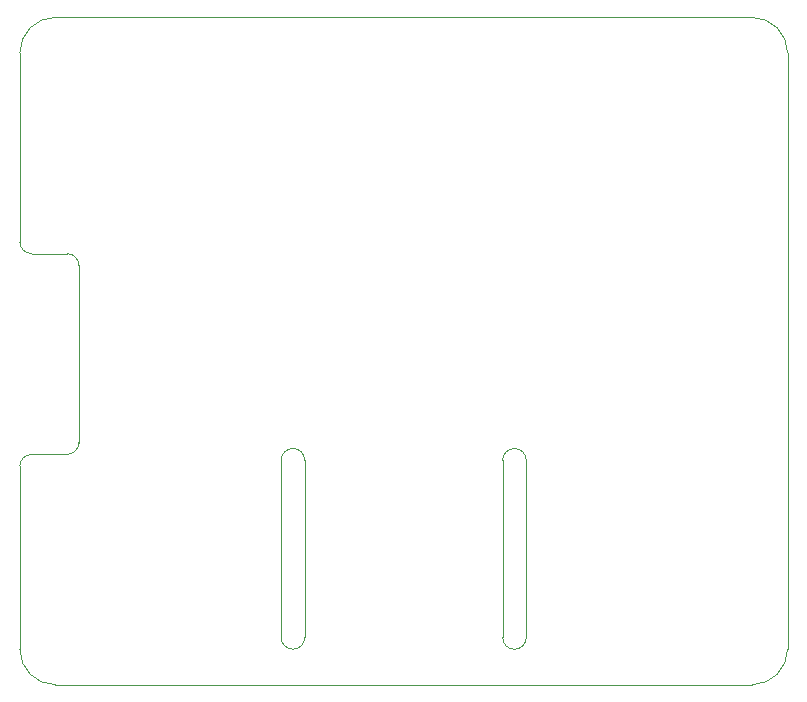
<source format=gbr>
%TF.GenerationSoftware,KiCad,Pcbnew,(6.0.0-0)*%
%TF.CreationDate,2022-01-12T23:13:02-08:00*%
%TF.ProjectId,tentacle-raspi,74656e74-6163-46c6-952d-72617370692e,1.0*%
%TF.SameCoordinates,Original*%
%TF.FileFunction,Profile,NP*%
%FSLAX46Y46*%
G04 Gerber Fmt 4.6, Leading zero omitted, Abs format (unit mm)*
G04 Created by KiCad (PCBNEW (6.0.0-0)) date 2022-01-12 23:13:02*
%MOMM*%
%LPD*%
G01*
G04 APERTURE LIST*
%TA.AperFunction,Profile*%
%ADD10C,0.100000*%
%TD*%
G04 APERTURE END LIST*
D10*
X127625000Y-109500000D02*
X127625000Y-94500000D01*
X129625000Y-109500000D02*
X129625000Y-94500000D01*
X127625000Y-109500000D02*
G75*
G03*
X128625000Y-110500000I999999J-1D01*
G01*
X128625000Y-110500000D02*
G75*
G03*
X129625000Y-109500000I1J999999D01*
G01*
X129625000Y-94500000D02*
G75*
G03*
X128625000Y-93500000I-999999J1D01*
G01*
X128625000Y-93500000D02*
G75*
G03*
X127625000Y-94500000I-1J-999999D01*
G01*
X106500000Y-94000000D02*
G75*
G03*
X105500000Y-95000000I-1J-999999D01*
G01*
X106500000Y-94000000D02*
X109500000Y-94000000D01*
X108500000Y-57000000D02*
G75*
G03*
X105500000Y-60000000I1J-3000001D01*
G01*
X146375000Y-109500000D02*
X146375000Y-94500000D01*
X110500000Y-78000000D02*
G75*
G03*
X109500000Y-77000000I-999999J1D01*
G01*
X105500000Y-76000000D02*
X105500000Y-60000000D01*
X109500000Y-94000000D02*
G75*
G03*
X110500000Y-93000000I1J999999D01*
G01*
X147375000Y-110500000D02*
G75*
G03*
X148375000Y-109500000I1J999999D01*
G01*
X147375000Y-93500000D02*
G75*
G03*
X146375000Y-94500000I-1J-999999D01*
G01*
X167500000Y-113500000D02*
X108500000Y-113500000D01*
X167500000Y-113500000D02*
G75*
G03*
X170500000Y-110500000I-1J3000001D01*
G01*
X109500000Y-77000000D02*
X106500000Y-77000000D01*
X105500000Y-110500000D02*
G75*
G03*
X108500000Y-113500000I3000001J1D01*
G01*
X170500000Y-60000000D02*
G75*
G03*
X167500000Y-57000000I-3000001J-1D01*
G01*
X146375000Y-109500000D02*
G75*
G03*
X147375000Y-110500000I999999J-1D01*
G01*
X105500000Y-76000000D02*
G75*
G03*
X106500000Y-77000000I999999J-1D01*
G01*
X148375000Y-109500000D02*
X148375000Y-94500000D01*
X110500000Y-93000000D02*
X110500000Y-78000000D01*
X108500000Y-57000000D02*
X167500000Y-57000000D01*
X170500000Y-60000000D02*
X170500000Y-110500000D01*
X105500000Y-110500000D02*
X105500000Y-95000000D01*
X148375000Y-94500000D02*
G75*
G03*
X147375000Y-93500000I-999999J1D01*
G01*
M02*

</source>
